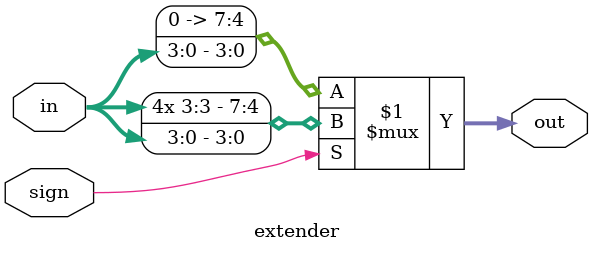
<source format=sv>
/* Parameterized extender that can handle both zero- and sign-extension. */
module extender #(parameter M = 4,
                            N = 8)
					  (output [N-1:0] out,
					   input  [M-1:0] in,
					   input  sign);
	
	assign out = sign ? {{(N-M){in[M-1]}}, in} : {{(N-M){1'b0}}, in};

endmodule  // extender
</source>
